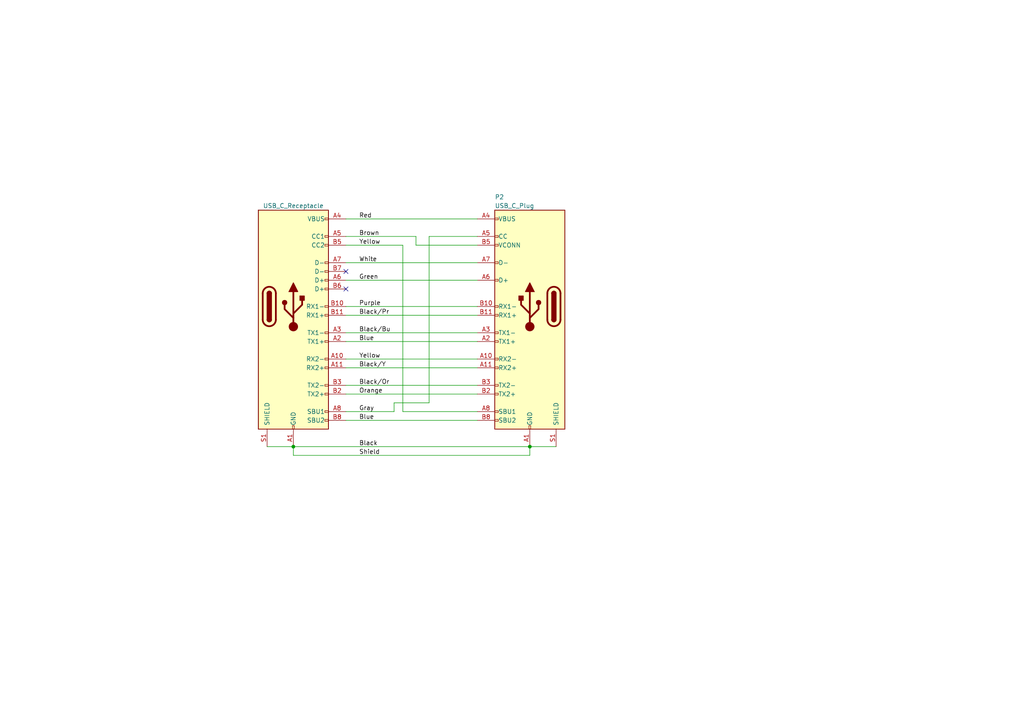
<source format=kicad_sch>
(kicad_sch (version 20230121) (generator eeschema)

  (uuid 6dae0cb5-2ff1-4023-9912-8e6d16e6a11e)

  (paper "A4")

  (lib_symbols
    (symbol "Connector:USB_C_Plug" (pin_names (offset 1.016)) (in_bom yes) (on_board yes)
      (property "Reference" "P" (at -10.16 29.21 0)
        (effects (font (size 1.27 1.27)) (justify left))
      )
      (property "Value" "USB_C_Plug" (at 10.16 29.21 0)
        (effects (font (size 1.27 1.27)) (justify right))
      )
      (property "Footprint" "" (at 3.81 0 0)
        (effects (font (size 1.27 1.27)) hide)
      )
      (property "Datasheet" "https://www.usb.org/sites/default/files/documents/usb_type-c.zip" (at 3.81 0 0)
        (effects (font (size 1.27 1.27)) hide)
      )
      (property "ki_keywords" "usb universal serial bus" (at 0 0 0)
        (effects (font (size 1.27 1.27)) hide)
      )
      (property "ki_description" "USB Type-C Plug connector" (at 0 0 0)
        (effects (font (size 1.27 1.27)) hide)
      )
      (property "ki_fp_filters" "USB*C*Plug*" (at 0 0 0)
        (effects (font (size 1.27 1.27)) hide)
      )
      (symbol "USB_C_Plug_0_0"
        (rectangle (start -0.254 -35.56) (end 0.254 -34.544)
          (stroke (width 0) (type default))
          (fill (type none))
        )
        (rectangle (start 10.16 -32.766) (end 9.144 -33.274)
          (stroke (width 0) (type default))
          (fill (type none))
        )
        (rectangle (start 10.16 -30.226) (end 9.144 -30.734)
          (stroke (width 0) (type default))
          (fill (type none))
        )
        (rectangle (start 10.16 -25.146) (end 9.144 -25.654)
          (stroke (width 0) (type default))
          (fill (type none))
        )
        (rectangle (start 10.16 -22.606) (end 9.144 -23.114)
          (stroke (width 0) (type default))
          (fill (type none))
        )
        (rectangle (start 10.16 -17.526) (end 9.144 -18.034)
          (stroke (width 0) (type default))
          (fill (type none))
        )
        (rectangle (start 10.16 -14.986) (end 9.144 -15.494)
          (stroke (width 0) (type default))
          (fill (type none))
        )
        (rectangle (start 10.16 -9.906) (end 9.144 -10.414)
          (stroke (width 0) (type default))
          (fill (type none))
        )
        (rectangle (start 10.16 -7.366) (end 9.144 -7.874)
          (stroke (width 0) (type default))
          (fill (type none))
        )
        (rectangle (start 10.16 -2.286) (end 9.144 -2.794)
          (stroke (width 0) (type default))
          (fill (type none))
        )
        (rectangle (start 10.16 0.254) (end 9.144 -0.254)
          (stroke (width 0) (type default))
          (fill (type none))
        )
        (rectangle (start 10.16 7.874) (end 9.144 7.366)
          (stroke (width 0) (type default))
          (fill (type none))
        )
        (rectangle (start 10.16 12.954) (end 9.144 12.446)
          (stroke (width 0) (type default))
          (fill (type none))
        )
        (rectangle (start 10.16 18.034) (end 9.144 17.526)
          (stroke (width 0) (type default))
          (fill (type none))
        )
        (rectangle (start 10.16 20.574) (end 9.144 20.066)
          (stroke (width 0) (type default))
          (fill (type none))
        )
        (rectangle (start 10.16 25.654) (end 9.144 25.146)
          (stroke (width 0) (type default))
          (fill (type none))
        )
      )
      (symbol "USB_C_Plug_0_1"
        (rectangle (start -10.16 27.94) (end 10.16 -35.56)
          (stroke (width 0.254) (type default))
          (fill (type background))
        )
        (arc (start -8.89 -3.81) (mid -6.985 -5.7067) (end -5.08 -3.81)
          (stroke (width 0.508) (type default))
          (fill (type none))
        )
        (arc (start -7.62 -3.81) (mid -6.985 -4.4423) (end -6.35 -3.81)
          (stroke (width 0.254) (type default))
          (fill (type none))
        )
        (arc (start -7.62 -3.81) (mid -6.985 -4.4423) (end -6.35 -3.81)
          (stroke (width 0.254) (type default))
          (fill (type outline))
        )
        (rectangle (start -7.62 -3.81) (end -6.35 3.81)
          (stroke (width 0.254) (type default))
          (fill (type outline))
        )
        (arc (start -6.35 3.81) (mid -6.985 4.4423) (end -7.62 3.81)
          (stroke (width 0.254) (type default))
          (fill (type none))
        )
        (arc (start -6.35 3.81) (mid -6.985 4.4423) (end -7.62 3.81)
          (stroke (width 0.254) (type default))
          (fill (type outline))
        )
        (arc (start -5.08 3.81) (mid -6.985 5.7067) (end -8.89 3.81)
          (stroke (width 0.508) (type default))
          (fill (type none))
        )
        (polyline
          (pts
            (xy -8.89 -3.81)
            (xy -8.89 3.81)
          )
          (stroke (width 0.508) (type default))
          (fill (type none))
        )
        (polyline
          (pts
            (xy -5.08 3.81)
            (xy -5.08 -3.81)
          )
          (stroke (width 0.508) (type default))
          (fill (type none))
        )
      )
      (symbol "USB_C_Plug_1_1"
        (circle (center -2.54 1.143) (radius 0.635)
          (stroke (width 0.254) (type default))
          (fill (type outline))
        )
        (circle (center 0 -5.842) (radius 1.27)
          (stroke (width 0) (type default))
          (fill (type outline))
        )
        (polyline
          (pts
            (xy 0 -5.842)
            (xy 0 4.318)
          )
          (stroke (width 0.508) (type default))
          (fill (type none))
        )
        (polyline
          (pts
            (xy 0 -3.302)
            (xy -2.54 -0.762)
            (xy -2.54 0.508)
          )
          (stroke (width 0.508) (type default))
          (fill (type none))
        )
        (polyline
          (pts
            (xy 0 -2.032)
            (xy 2.54 0.508)
            (xy 2.54 1.778)
          )
          (stroke (width 0.508) (type default))
          (fill (type none))
        )
        (polyline
          (pts
            (xy -1.27 4.318)
            (xy 0 6.858)
            (xy 1.27 4.318)
            (xy -1.27 4.318)
          )
          (stroke (width 0.254) (type default))
          (fill (type outline))
        )
        (rectangle (start 1.905 1.778) (end 3.175 3.048)
          (stroke (width 0.254) (type default))
          (fill (type outline))
        )
        (pin passive line (at 0 -40.64 90) (length 5.08)
          (name "GND" (effects (font (size 1.27 1.27))))
          (number "A1" (effects (font (size 1.27 1.27))))
        )
        (pin bidirectional line (at 15.24 -15.24 180) (length 5.08)
          (name "RX2-" (effects (font (size 1.27 1.27))))
          (number "A10" (effects (font (size 1.27 1.27))))
        )
        (pin bidirectional line (at 15.24 -17.78 180) (length 5.08)
          (name "RX2+" (effects (font (size 1.27 1.27))))
          (number "A11" (effects (font (size 1.27 1.27))))
        )
        (pin passive line (at 0 -40.64 90) (length 5.08) hide
          (name "GND" (effects (font (size 1.27 1.27))))
          (number "A12" (effects (font (size 1.27 1.27))))
        )
        (pin bidirectional line (at 15.24 -10.16 180) (length 5.08)
          (name "TX1+" (effects (font (size 1.27 1.27))))
          (number "A2" (effects (font (size 1.27 1.27))))
        )
        (pin bidirectional line (at 15.24 -7.62 180) (length 5.08)
          (name "TX1-" (effects (font (size 1.27 1.27))))
          (number "A3" (effects (font (size 1.27 1.27))))
        )
        (pin passive line (at 15.24 25.4 180) (length 5.08)
          (name "VBUS" (effects (font (size 1.27 1.27))))
          (number "A4" (effects (font (size 1.27 1.27))))
        )
        (pin bidirectional line (at 15.24 20.32 180) (length 5.08)
          (name "CC" (effects (font (size 1.27 1.27))))
          (number "A5" (effects (font (size 1.27 1.27))))
        )
        (pin bidirectional line (at 15.24 7.62 180) (length 5.08)
          (name "D+" (effects (font (size 1.27 1.27))))
          (number "A6" (effects (font (size 1.27 1.27))))
        )
        (pin bidirectional line (at 15.24 12.7 180) (length 5.08)
          (name "D-" (effects (font (size 1.27 1.27))))
          (number "A7" (effects (font (size 1.27 1.27))))
        )
        (pin bidirectional line (at 15.24 -30.48 180) (length 5.08)
          (name "SBU1" (effects (font (size 1.27 1.27))))
          (number "A8" (effects (font (size 1.27 1.27))))
        )
        (pin passive line (at 15.24 25.4 180) (length 5.08) hide
          (name "VBUS" (effects (font (size 1.27 1.27))))
          (number "A9" (effects (font (size 1.27 1.27))))
        )
        (pin passive line (at 0 -40.64 90) (length 5.08) hide
          (name "GND" (effects (font (size 1.27 1.27))))
          (number "B1" (effects (font (size 1.27 1.27))))
        )
        (pin bidirectional line (at 15.24 0 180) (length 5.08)
          (name "RX1-" (effects (font (size 1.27 1.27))))
          (number "B10" (effects (font (size 1.27 1.27))))
        )
        (pin bidirectional line (at 15.24 -2.54 180) (length 5.08)
          (name "RX1+" (effects (font (size 1.27 1.27))))
          (number "B11" (effects (font (size 1.27 1.27))))
        )
        (pin passive line (at 0 -40.64 90) (length 5.08) hide
          (name "GND" (effects (font (size 1.27 1.27))))
          (number "B12" (effects (font (size 1.27 1.27))))
        )
        (pin bidirectional line (at 15.24 -25.4 180) (length 5.08)
          (name "TX2+" (effects (font (size 1.27 1.27))))
          (number "B2" (effects (font (size 1.27 1.27))))
        )
        (pin bidirectional line (at 15.24 -22.86 180) (length 5.08)
          (name "TX2-" (effects (font (size 1.27 1.27))))
          (number "B3" (effects (font (size 1.27 1.27))))
        )
        (pin passive line (at 15.24 25.4 180) (length 5.08) hide
          (name "VBUS" (effects (font (size 1.27 1.27))))
          (number "B4" (effects (font (size 1.27 1.27))))
        )
        (pin bidirectional line (at 15.24 17.78 180) (length 5.08)
          (name "VCONN" (effects (font (size 1.27 1.27))))
          (number "B5" (effects (font (size 1.27 1.27))))
        )
        (pin bidirectional line (at 15.24 -33.02 180) (length 5.08)
          (name "SBU2" (effects (font (size 1.27 1.27))))
          (number "B8" (effects (font (size 1.27 1.27))))
        )
        (pin passive line (at 15.24 25.4 180) (length 5.08) hide
          (name "VBUS" (effects (font (size 1.27 1.27))))
          (number "B9" (effects (font (size 1.27 1.27))))
        )
        (pin passive line (at -7.62 -40.64 90) (length 5.08)
          (name "SHIELD" (effects (font (size 1.27 1.27))))
          (number "S1" (effects (font (size 1.27 1.27))))
        )
      )
    )
    (symbol "Connector:USB_C_Receptacle" (pin_names (offset 1.016)) (in_bom yes) (on_board yes)
      (property "Reference" "J" (at -10.16 29.21 0)
        (effects (font (size 1.27 1.27)) (justify left))
      )
      (property "Value" "USB_C_Receptacle" (at 10.16 29.21 0)
        (effects (font (size 1.27 1.27)) (justify right))
      )
      (property "Footprint" "" (at 3.81 0 0)
        (effects (font (size 1.27 1.27)) hide)
      )
      (property "Datasheet" "https://www.usb.org/sites/default/files/documents/usb_type-c.zip" (at 3.81 0 0)
        (effects (font (size 1.27 1.27)) hide)
      )
      (property "ki_keywords" "usb universal serial bus type-C full-featured" (at 0 0 0)
        (effects (font (size 1.27 1.27)) hide)
      )
      (property "ki_description" "USB Full-Featured Type-C Receptacle connector" (at 0 0 0)
        (effects (font (size 1.27 1.27)) hide)
      )
      (property "ki_fp_filters" "USB*C*Receptacle*" (at 0 0 0)
        (effects (font (size 1.27 1.27)) hide)
      )
      (symbol "USB_C_Receptacle_0_0"
        (rectangle (start -0.254 -35.56) (end 0.254 -34.544)
          (stroke (width 0) (type default))
          (fill (type none))
        )
        (rectangle (start 10.16 -32.766) (end 9.144 -33.274)
          (stroke (width 0) (type default))
          (fill (type none))
        )
        (rectangle (start 10.16 -30.226) (end 9.144 -30.734)
          (stroke (width 0) (type default))
          (fill (type none))
        )
        (rectangle (start 10.16 -25.146) (end 9.144 -25.654)
          (stroke (width 0) (type default))
          (fill (type none))
        )
        (rectangle (start 10.16 -22.606) (end 9.144 -23.114)
          (stroke (width 0) (type default))
          (fill (type none))
        )
        (rectangle (start 10.16 -17.526) (end 9.144 -18.034)
          (stroke (width 0) (type default))
          (fill (type none))
        )
        (rectangle (start 10.16 -14.986) (end 9.144 -15.494)
          (stroke (width 0) (type default))
          (fill (type none))
        )
        (rectangle (start 10.16 -9.906) (end 9.144 -10.414)
          (stroke (width 0) (type default))
          (fill (type none))
        )
        (rectangle (start 10.16 -7.366) (end 9.144 -7.874)
          (stroke (width 0) (type default))
          (fill (type none))
        )
        (rectangle (start 10.16 -2.286) (end 9.144 -2.794)
          (stroke (width 0) (type default))
          (fill (type none))
        )
        (rectangle (start 10.16 0.254) (end 9.144 -0.254)
          (stroke (width 0) (type default))
          (fill (type none))
        )
        (rectangle (start 10.16 5.334) (end 9.144 4.826)
          (stroke (width 0) (type default))
          (fill (type none))
        )
        (rectangle (start 10.16 7.874) (end 9.144 7.366)
          (stroke (width 0) (type default))
          (fill (type none))
        )
        (rectangle (start 10.16 10.414) (end 9.144 9.906)
          (stroke (width 0) (type default))
          (fill (type none))
        )
        (rectangle (start 10.16 12.954) (end 9.144 12.446)
          (stroke (width 0) (type default))
          (fill (type none))
        )
        (rectangle (start 10.16 18.034) (end 9.144 17.526)
          (stroke (width 0) (type default))
          (fill (type none))
        )
        (rectangle (start 10.16 20.574) (end 9.144 20.066)
          (stroke (width 0) (type default))
          (fill (type none))
        )
        (rectangle (start 10.16 25.654) (end 9.144 25.146)
          (stroke (width 0) (type default))
          (fill (type none))
        )
      )
      (symbol "USB_C_Receptacle_0_1"
        (rectangle (start -10.16 27.94) (end 10.16 -35.56)
          (stroke (width 0.254) (type default))
          (fill (type background))
        )
        (arc (start -8.89 -3.81) (mid -6.985 -5.7067) (end -5.08 -3.81)
          (stroke (width 0.508) (type default))
          (fill (type none))
        )
        (arc (start -7.62 -3.81) (mid -6.985 -4.4423) (end -6.35 -3.81)
          (stroke (width 0.254) (type default))
          (fill (type none))
        )
        (arc (start -7.62 -3.81) (mid -6.985 -4.4423) (end -6.35 -3.81)
          (stroke (width 0.254) (type default))
          (fill (type outline))
        )
        (rectangle (start -7.62 -3.81) (end -6.35 3.81)
          (stroke (width 0.254) (type default))
          (fill (type outline))
        )
        (arc (start -6.35 3.81) (mid -6.985 4.4423) (end -7.62 3.81)
          (stroke (width 0.254) (type default))
          (fill (type none))
        )
        (arc (start -6.35 3.81) (mid -6.985 4.4423) (end -7.62 3.81)
          (stroke (width 0.254) (type default))
          (fill (type outline))
        )
        (arc (start -5.08 3.81) (mid -6.985 5.7067) (end -8.89 3.81)
          (stroke (width 0.508) (type default))
          (fill (type none))
        )
        (polyline
          (pts
            (xy -8.89 -3.81)
            (xy -8.89 3.81)
          )
          (stroke (width 0.508) (type default))
          (fill (type none))
        )
        (polyline
          (pts
            (xy -5.08 3.81)
            (xy -5.08 -3.81)
          )
          (stroke (width 0.508) (type default))
          (fill (type none))
        )
      )
      (symbol "USB_C_Receptacle_1_1"
        (circle (center -2.54 1.143) (radius 0.635)
          (stroke (width 0.254) (type default))
          (fill (type outline))
        )
        (circle (center 0 -5.842) (radius 1.27)
          (stroke (width 0) (type default))
          (fill (type outline))
        )
        (polyline
          (pts
            (xy 0 -5.842)
            (xy 0 4.318)
          )
          (stroke (width 0.508) (type default))
          (fill (type none))
        )
        (polyline
          (pts
            (xy 0 -3.302)
            (xy -2.54 -0.762)
            (xy -2.54 0.508)
          )
          (stroke (width 0.508) (type default))
          (fill (type none))
        )
        (polyline
          (pts
            (xy 0 -2.032)
            (xy 2.54 0.508)
            (xy 2.54 1.778)
          )
          (stroke (width 0.508) (type default))
          (fill (type none))
        )
        (polyline
          (pts
            (xy -1.27 4.318)
            (xy 0 6.858)
            (xy 1.27 4.318)
            (xy -1.27 4.318)
          )
          (stroke (width 0.254) (type default))
          (fill (type outline))
        )
        (rectangle (start 1.905 1.778) (end 3.175 3.048)
          (stroke (width 0.254) (type default))
          (fill (type outline))
        )
        (pin passive line (at 0 -40.64 90) (length 5.08)
          (name "GND" (effects (font (size 1.27 1.27))))
          (number "A1" (effects (font (size 1.27 1.27))))
        )
        (pin bidirectional line (at 15.24 -15.24 180) (length 5.08)
          (name "RX2-" (effects (font (size 1.27 1.27))))
          (number "A10" (effects (font (size 1.27 1.27))))
        )
        (pin bidirectional line (at 15.24 -17.78 180) (length 5.08)
          (name "RX2+" (effects (font (size 1.27 1.27))))
          (number "A11" (effects (font (size 1.27 1.27))))
        )
        (pin passive line (at 0 -40.64 90) (length 5.08) hide
          (name "GND" (effects (font (size 1.27 1.27))))
          (number "A12" (effects (font (size 1.27 1.27))))
        )
        (pin bidirectional line (at 15.24 -10.16 180) (length 5.08)
          (name "TX1+" (effects (font (size 1.27 1.27))))
          (number "A2" (effects (font (size 1.27 1.27))))
        )
        (pin bidirectional line (at 15.24 -7.62 180) (length 5.08)
          (name "TX1-" (effects (font (size 1.27 1.27))))
          (number "A3" (effects (font (size 1.27 1.27))))
        )
        (pin passive line (at 15.24 25.4 180) (length 5.08)
          (name "VBUS" (effects (font (size 1.27 1.27))))
          (number "A4" (effects (font (size 1.27 1.27))))
        )
        (pin bidirectional line (at 15.24 20.32 180) (length 5.08)
          (name "CC1" (effects (font (size 1.27 1.27))))
          (number "A5" (effects (font (size 1.27 1.27))))
        )
        (pin bidirectional line (at 15.24 7.62 180) (length 5.08)
          (name "D+" (effects (font (size 1.27 1.27))))
          (number "A6" (effects (font (size 1.27 1.27))))
        )
        (pin bidirectional line (at 15.24 12.7 180) (length 5.08)
          (name "D-" (effects (font (size 1.27 1.27))))
          (number "A7" (effects (font (size 1.27 1.27))))
        )
        (pin bidirectional line (at 15.24 -30.48 180) (length 5.08)
          (name "SBU1" (effects (font (size 1.27 1.27))))
          (number "A8" (effects (font (size 1.27 1.27))))
        )
        (pin passive line (at 15.24 25.4 180) (length 5.08) hide
          (name "VBUS" (effects (font (size 1.27 1.27))))
          (number "A9" (effects (font (size 1.27 1.27))))
        )
        (pin passive line (at 0 -40.64 90) (length 5.08) hide
          (name "GND" (effects (font (size 1.27 1.27))))
          (number "B1" (effects (font (size 1.27 1.27))))
        )
        (pin bidirectional line (at 15.24 0 180) (length 5.08)
          (name "RX1-" (effects (font (size 1.27 1.27))))
          (number "B10" (effects (font (size 1.27 1.27))))
        )
        (pin bidirectional line (at 15.24 -2.54 180) (length 5.08)
          (name "RX1+" (effects (font (size 1.27 1.27))))
          (number "B11" (effects (font (size 1.27 1.27))))
        )
        (pin passive line (at 0 -40.64 90) (length 5.08) hide
          (name "GND" (effects (font (size 1.27 1.27))))
          (number "B12" (effects (font (size 1.27 1.27))))
        )
        (pin bidirectional line (at 15.24 -25.4 180) (length 5.08)
          (name "TX2+" (effects (font (size 1.27 1.27))))
          (number "B2" (effects (font (size 1.27 1.27))))
        )
        (pin bidirectional line (at 15.24 -22.86 180) (length 5.08)
          (name "TX2-" (effects (font (size 1.27 1.27))))
          (number "B3" (effects (font (size 1.27 1.27))))
        )
        (pin passive line (at 15.24 25.4 180) (length 5.08) hide
          (name "VBUS" (effects (font (size 1.27 1.27))))
          (number "B4" (effects (font (size 1.27 1.27))))
        )
        (pin bidirectional line (at 15.24 17.78 180) (length 5.08)
          (name "CC2" (effects (font (size 1.27 1.27))))
          (number "B5" (effects (font (size 1.27 1.27))))
        )
        (pin bidirectional line (at 15.24 5.08 180) (length 5.08)
          (name "D+" (effects (font (size 1.27 1.27))))
          (number "B6" (effects (font (size 1.27 1.27))))
        )
        (pin bidirectional line (at 15.24 10.16 180) (length 5.08)
          (name "D-" (effects (font (size 1.27 1.27))))
          (number "B7" (effects (font (size 1.27 1.27))))
        )
        (pin bidirectional line (at 15.24 -33.02 180) (length 5.08)
          (name "SBU2" (effects (font (size 1.27 1.27))))
          (number "B8" (effects (font (size 1.27 1.27))))
        )
        (pin passive line (at 15.24 25.4 180) (length 5.08) hide
          (name "VBUS" (effects (font (size 1.27 1.27))))
          (number "B9" (effects (font (size 1.27 1.27))))
        )
        (pin passive line (at -7.62 -40.64 90) (length 5.08)
          (name "SHIELD" (effects (font (size 1.27 1.27))))
          (number "S1" (effects (font (size 1.27 1.27))))
        )
      )
    )
  )

  (junction (at 85.09 129.54) (diameter 0) (color 0 0 0 0)
    (uuid 8aadf711-0eaa-4991-b5e5-26513dd3015a)
  )
  (junction (at 153.67 129.54) (diameter 0) (color 0 0 0 0)
    (uuid dcc877c0-bd08-4c03-85a9-6ab0358a99f5)
  )

  (no_connect (at 100.33 83.82) (uuid 271d609b-dab4-4f87-8fb4-c84ff7da0ba8))
  (no_connect (at 100.33 78.74) (uuid b232a578-6da4-48e5-b4f7-f45e951cd4d2))

  (wire (pts (xy 100.33 104.14) (xy 138.43 104.14))
    (stroke (width 0) (type default))
    (uuid 171c1896-6b79-4344-9c6f-fe3a6816d32e)
  )
  (wire (pts (xy 116.84 71.12) (xy 116.84 119.38))
    (stroke (width 0) (type default))
    (uuid 1a6a16f4-91d7-459d-b16b-24b6a813f0ae)
  )
  (wire (pts (xy 100.33 68.58) (xy 120.65 68.58))
    (stroke (width 0) (type default))
    (uuid 1c4d51d0-674c-42c6-a911-95d1dfa6873d)
  )
  (wire (pts (xy 100.33 111.76) (xy 138.43 111.76))
    (stroke (width 0) (type default))
    (uuid 226e76d4-f202-49d9-b688-845f069a154b)
  )
  (wire (pts (xy 77.47 129.54) (xy 85.09 129.54))
    (stroke (width 0) (type default))
    (uuid 227612da-9797-4082-961e-3d2447f34c47)
  )
  (wire (pts (xy 120.65 68.58) (xy 120.65 71.12))
    (stroke (width 0) (type default))
    (uuid 3533e666-73e8-4e20-bafa-0b8c0eeda7df)
  )
  (wire (pts (xy 120.65 71.12) (xy 138.43 71.12))
    (stroke (width 0) (type default))
    (uuid 3da58509-006b-4d68-8e45-0d73ce681e6e)
  )
  (wire (pts (xy 100.33 76.2) (xy 138.43 76.2))
    (stroke (width 0) (type default))
    (uuid 42029f72-1011-47e6-adad-cb576fe4b4b6)
  )
  (wire (pts (xy 100.33 114.3) (xy 138.43 114.3))
    (stroke (width 0) (type default))
    (uuid 48e33163-a294-4c9b-9a3a-f9a2fcfbd495)
  )
  (wire (pts (xy 124.46 116.84) (xy 114.3 116.84))
    (stroke (width 0) (type default))
    (uuid 4b91925a-6a87-4217-8fb9-6f1026c378ff)
  )
  (wire (pts (xy 100.33 96.52) (xy 138.43 96.52))
    (stroke (width 0) (type default))
    (uuid 4dedf13e-f39a-44e9-be7e-1f4f3a1867a9)
  )
  (wire (pts (xy 85.09 129.54) (xy 153.67 129.54))
    (stroke (width 0) (type default))
    (uuid 6710ccbe-4bd2-401a-8089-99cef484698e)
  )
  (wire (pts (xy 100.33 88.9) (xy 138.43 88.9))
    (stroke (width 0) (type default))
    (uuid 6da9f092-05ec-44a7-8d54-3a1aff9caaaf)
  )
  (wire (pts (xy 100.33 81.28) (xy 138.43 81.28))
    (stroke (width 0) (type default))
    (uuid 703df54f-0570-460b-93c9-0e5e30053804)
  )
  (wire (pts (xy 100.33 119.38) (xy 114.3 119.38))
    (stroke (width 0) (type default))
    (uuid 7a08df25-7584-4ad9-9d68-0ae3640100b8)
  )
  (wire (pts (xy 100.33 121.92) (xy 138.43 121.92))
    (stroke (width 0) (type default))
    (uuid 7bede50b-fd72-439a-bdf0-2e14c3a9bad1)
  )
  (wire (pts (xy 153.67 129.54) (xy 153.67 132.08))
    (stroke (width 0) (type default))
    (uuid 80e7594f-7d16-49c0-83ce-36f432f5694b)
  )
  (wire (pts (xy 100.33 106.68) (xy 138.43 106.68))
    (stroke (width 0) (type default))
    (uuid 85eac0a3-5b8d-46c9-bf28-33ece7bbeacb)
  )
  (wire (pts (xy 85.09 132.08) (xy 153.67 132.08))
    (stroke (width 0) (type default))
    (uuid 91ce11df-b4ec-4788-bf03-05699323a951)
  )
  (wire (pts (xy 100.33 63.5) (xy 138.43 63.5))
    (stroke (width 0) (type default))
    (uuid 91d80894-5eed-476d-bf85-13e334d7139b)
  )
  (wire (pts (xy 116.84 119.38) (xy 138.43 119.38))
    (stroke (width 0) (type default))
    (uuid a429d25d-5a34-4c09-95fb-6900e56aa82f)
  )
  (wire (pts (xy 85.09 129.54) (xy 85.09 132.08))
    (stroke (width 0) (type default))
    (uuid a783c839-7078-4182-a217-855260f17326)
  )
  (wire (pts (xy 100.33 91.44) (xy 138.43 91.44))
    (stroke (width 0) (type default))
    (uuid aabf5a8b-83ee-46fb-9609-7b52d6871349)
  )
  (wire (pts (xy 100.33 99.06) (xy 138.43 99.06))
    (stroke (width 0) (type default))
    (uuid ac8c96a3-05fb-4e98-97cf-e07b571abbf5)
  )
  (wire (pts (xy 124.46 68.58) (xy 138.43 68.58))
    (stroke (width 0) (type default))
    (uuid bbfa52d7-3ceb-4f22-89ad-3d8a70396d53)
  )
  (wire (pts (xy 124.46 68.58) (xy 124.46 116.84))
    (stroke (width 0) (type default))
    (uuid da812533-8d95-4008-b29c-f12f946fbfd7)
  )
  (wire (pts (xy 153.67 129.54) (xy 161.29 129.54))
    (stroke (width 0) (type default))
    (uuid e409002c-a5e3-449e-9883-8dc3e8901bc6)
  )
  (wire (pts (xy 100.33 71.12) (xy 116.84 71.12))
    (stroke (width 0) (type default))
    (uuid f59c885b-60ae-46ba-958c-5f871e611e69)
  )
  (wire (pts (xy 114.3 116.84) (xy 114.3 119.38))
    (stroke (width 0) (type default))
    (uuid fdfec8fa-f7fa-424c-aa3c-e407db8783d8)
  )

  (label "Red" (at 104.14 63.5 0) (fields_autoplaced)
    (effects (font (size 1.27 1.27)) (justify left bottom))
    (uuid 06473e48-d31c-4913-964a-f9f6f0a1d1db)
  )
  (label "Blue" (at 104.14 99.06 0) (fields_autoplaced)
    (effects (font (size 1.27 1.27)) (justify left bottom))
    (uuid 1737e9b2-322a-41ac-9b20-0d5bfe015859)
  )
  (label "Orange" (at 104.14 114.3 0) (fields_autoplaced)
    (effects (font (size 1.27 1.27)) (justify left bottom))
    (uuid 3d714bf1-71e7-4d9c-a166-3d37efcbc0dd)
  )
  (label "Black{slash}Y" (at 104.14 106.68 0) (fields_autoplaced)
    (effects (font (size 1.27 1.27)) (justify left bottom))
    (uuid 5894d1f5-03af-4d7c-9a99-5d6dd892e981)
  )
  (label "Black{slash}Or" (at 104.14 111.76 0) (fields_autoplaced)
    (effects (font (size 1.27 1.27)) (justify left bottom))
    (uuid 599f8f86-b95d-46fa-8f8f-300b303f69c7)
  )
  (label "Blue" (at 104.14 121.92 0) (fields_autoplaced)
    (effects (font (size 1.27 1.27)) (justify left bottom))
    (uuid 664cb908-e411-4e39-a7f3-5edfbf9161c3)
  )
  (label "Brown" (at 104.14 68.58 0) (fields_autoplaced)
    (effects (font (size 1.27 1.27)) (justify left bottom))
    (uuid 68f9699d-2aae-4e11-b485-e8261b49b130)
  )
  (label "Black{slash}Pr" (at 104.14 91.44 0) (fields_autoplaced)
    (effects (font (size 1.27 1.27)) (justify left bottom))
    (uuid 72766ab2-181c-4c4a-80a6-09f75e5ebb0c)
  )
  (label "Green" (at 104.14 81.28 0) (fields_autoplaced)
    (effects (font (size 1.27 1.27)) (justify left bottom))
    (uuid 767fcfa5-8b38-42b3-b120-0872172a0de0)
  )
  (label "White" (at 104.14 76.2 0) (fields_autoplaced)
    (effects (font (size 1.27 1.27)) (justify left bottom))
    (uuid 7f676f93-17dd-452c-8e37-2415fbb974bd)
  )
  (label "Black{slash}Bu" (at 104.14 96.52 0) (fields_autoplaced)
    (effects (font (size 1.27 1.27)) (justify left bottom))
    (uuid 89113831-ad7b-489c-88f2-2effbd912c83)
  )
  (label "Shield" (at 104.14 132.08 0) (fields_autoplaced)
    (effects (font (size 1.27 1.27)) (justify left bottom))
    (uuid 9771c146-4649-47fe-b9f2-5a4dc6f07cb5)
  )
  (label "Gray" (at 104.14 119.38 0) (fields_autoplaced)
    (effects (font (size 1.27 1.27)) (justify left bottom))
    (uuid a29eead9-6b30-4ed7-96b7-476cbf30b5a4)
  )
  (label "Yellow" (at 104.14 104.14 0) (fields_autoplaced)
    (effects (font (size 1.27 1.27)) (justify left bottom))
    (uuid a8112eb8-5266-4cd9-971d-4e4377b8a835)
  )
  (label "Purple" (at 104.14 88.9 0) (fields_autoplaced)
    (effects (font (size 1.27 1.27)) (justify left bottom))
    (uuid b189e826-b2f0-4ae9-8a64-8625c5afecc0)
  )
  (label "Yellow" (at 104.14 71.12 0) (fields_autoplaced)
    (effects (font (size 1.27 1.27)) (justify left bottom))
    (uuid b76a48c8-4ca2-49c1-8e3a-ec3e3d80449a)
  )
  (label "Black" (at 104.14 129.54 0) (fields_autoplaced)
    (effects (font (size 1.27 1.27)) (justify left bottom))
    (uuid bde6f8e2-f7b5-4af3-afeb-49baff858e4f)
  )

  (symbol (lib_id "Connector:USB_C_Plug") (at 153.67 88.9 0) (mirror y) (unit 1)
    (in_bom yes) (on_board yes) (dnp no)
    (uuid 43301c15-f5ac-4d3b-b07a-a4f7ddbc29c7)
    (property "Reference" "P2" (at 143.51 57.15 0)
      (effects (font (size 1.27 1.27)) (justify right))
    )
    (property "Value" "USB_C_Plug" (at 143.51 59.69 0)
      (effects (font (size 1.27 1.27)) (justify right))
    )
    (property "Footprint" "" (at 149.86 88.9 0)
      (effects (font (size 1.27 1.27)) hide)
    )
    (property "Datasheet" "https://www.usb.org/sites/default/files/documents/usb_type-c.zip" (at 149.86 88.9 0)
      (effects (font (size 1.27 1.27)) hide)
    )
    (pin "A1" (uuid b751ba21-7e6a-45f6-8766-1c40a321d7fd))
    (pin "A10" (uuid b77522d9-db91-4147-92fd-b66ffc490779))
    (pin "A11" (uuid 80936d1b-08fb-4cca-8b80-89d703cddc3e))
    (pin "A12" (uuid c2737feb-221f-43ec-8a51-7e82ad9c3116))
    (pin "A2" (uuid d64edac7-bffe-41de-890f-a82bef4e6a34))
    (pin "A3" (uuid 65136381-76f3-45d5-9092-aa6ee87d8cc6))
    (pin "A4" (uuid 555de560-a385-4ace-8a86-c7a08472a663))
    (pin "A5" (uuid 45c4f2c8-4580-4301-9ff5-f5aba0e442c2))
    (pin "A6" (uuid eb78f757-92af-46f5-966a-0a16451ece79))
    (pin "A7" (uuid 69fb5ab0-9dfb-490a-aacf-7b7e80e8e84b))
    (pin "A8" (uuid 15ffc26e-0342-42e8-b4c6-41c6a68079e5))
    (pin "A9" (uuid 4546db6a-0363-43ca-95cd-74b929026c6f))
    (pin "B1" (uuid e6a43df4-ef95-4d65-a270-a7fe3fb072ef))
    (pin "B10" (uuid e5543356-0c32-44c3-a4d6-b99baec65cdc))
    (pin "B11" (uuid 9e540ec3-e49b-4c26-9bae-286aa27fd12c))
    (pin "B12" (uuid 09dd98c6-025f-42a8-b941-168a05dd1390))
    (pin "B2" (uuid d4989892-2cac-40f0-8e22-50bffdd1c783))
    (pin "B3" (uuid e8ba16d8-ac33-4be0-808f-f2ab28db1f2f))
    (pin "B4" (uuid 54a94a86-4338-45dc-b270-71253ad6d346))
    (pin "B5" (uuid 3a1adac9-79af-42db-9a24-2e19112507c8))
    (pin "B8" (uuid 3549c246-3a1a-49a9-be0e-0bb5f030364e))
    (pin "B9" (uuid e1f56687-4513-4d9b-b864-4035271773c9))
    (pin "S1" (uuid ab7c8600-c687-4a71-bc5b-9d985428839d))
    (instances
      (project "USB-C-Extension"
        (path "/6dae0cb5-2ff1-4023-9912-8e6d16e6a11e"
          (reference "P2") (unit 1)
        )
      )
    )
  )

  (symbol (lib_id "Connector:USB_C_Receptacle") (at 85.09 88.9 0) (unit 1)
    (in_bom yes) (on_board yes) (dnp no) (fields_autoplaced)
    (uuid 46fca0a6-b184-4b5b-a0f4-85b800b67f1f)
    (property "Reference" "J2" (at 85.09 57.15 0)
      (effects (font (size 1.27 1.27)) hide)
    )
    (property "Value" "USB_C_Receptacle" (at 85.09 59.69 0)
      (effects (font (size 1.27 1.27)))
    )
    (property "Footprint" "" (at 88.9 88.9 0)
      (effects (font (size 1.27 1.27)) hide)
    )
    (property "Datasheet" "https://www.usb.org/sites/default/files/documents/usb_type-c.zip" (at 88.9 88.9 0)
      (effects (font (size 1.27 1.27)) hide)
    )
    (pin "A1" (uuid 1a5dd37f-69c9-48a1-9924-4ed8ab22605e))
    (pin "A10" (uuid 224581b7-d4b9-4967-b469-80221dee5238))
    (pin "A11" (uuid 96196822-7086-4391-a84a-eee5371e72ad))
    (pin "A12" (uuid 402f3969-a861-4ab2-8f66-29db7dd55211))
    (pin "A2" (uuid 0c9e3de8-f41e-4f39-950c-d127ed3fdf73))
    (pin "A3" (uuid 51b4bca7-10b4-45aa-90dd-ddbc4528c3f8))
    (pin "A4" (uuid f31915ec-2ca2-4f22-b29f-d94bc43aafee))
    (pin "A5" (uuid ba76a920-d0ab-42b0-93cc-d40462979437))
    (pin "A6" (uuid 357f73e4-8fb0-4e27-9ad6-90af4611aa4f))
    (pin "A7" (uuid c245579b-38af-4e98-8963-216df821ed5b))
    (pin "A8" (uuid b776a8d7-3ded-4f68-8e81-337d1208128b))
    (pin "A9" (uuid 966f1fb0-90cf-4bc7-bd9a-d13e10266ffa))
    (pin "B1" (uuid 2ec859c4-1d1b-447a-8506-731007ed8c64))
    (pin "B10" (uuid 0b173a97-0e31-4740-83a2-6e67526940c2))
    (pin "B11" (uuid 518b75f0-ca5a-4d9d-b1cf-31ca0f9d7725))
    (pin "B12" (uuid d7b15e62-4e89-4516-80d5-412339b285f8))
    (pin "B2" (uuid 59e506c2-a6e1-4852-9744-22c6572d46b8))
    (pin "B3" (uuid 7ae5ad84-8100-4dd0-992a-dba80e24c3b0))
    (pin "B4" (uuid 6793bdb5-561a-4fe6-b15f-b7aa4c65e648))
    (pin "B5" (uuid 2009b803-5934-48a3-a35d-266d1c9600f4))
    (pin "B6" (uuid fa71a8d9-3f51-49d1-8357-88c7c2691588))
    (pin "B7" (uuid b9d200bc-4fde-447b-aefe-5c10318a5646))
    (pin "B8" (uuid b1fe44b5-0659-46d7-9bcf-8343ad75f85e))
    (pin "B9" (uuid 7a438c0e-a63a-4d5e-9240-0566d070dbf5))
    (pin "S1" (uuid f0a243cf-1130-4fd7-b854-17c0ee0a7b98))
    (instances
      (project "USB-C-Extension"
        (path "/6dae0cb5-2ff1-4023-9912-8e6d16e6a11e"
          (reference "J2") (unit 1)
        )
      )
    )
  )

  (sheet_instances
    (path "/" (page "1"))
  )
)

</source>
